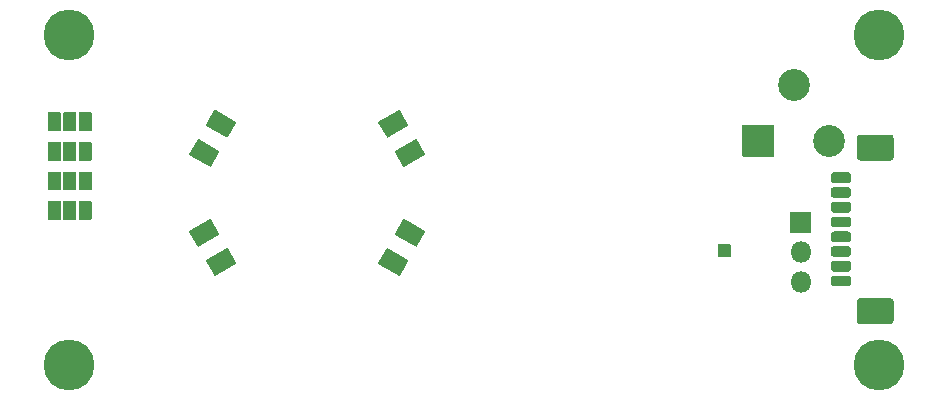
<source format=gbr>
G04 #@! TF.GenerationSoftware,KiCad,Pcbnew,5.1.7-a382d34a8~87~ubuntu18.04.1*
G04 #@! TF.CreationDate,2021-01-18T17:29:04-05:00*
G04 #@! TF.ProjectId,Cree_XML_Driver,43726565-5f58-44d4-9c5f-447269766572,r0*
G04 #@! TF.SameCoordinates,Original*
G04 #@! TF.FileFunction,Soldermask,Bot*
G04 #@! TF.FilePolarity,Negative*
%FSLAX46Y46*%
G04 Gerber Fmt 4.6, Leading zero omitted, Abs format (unit mm)*
G04 Created by KiCad (PCBNEW 5.1.7-a382d34a8~87~ubuntu18.04.1) date 2021-01-18 17:29:04*
%MOMM*%
%LPD*%
G01*
G04 APERTURE LIST*
%ADD10O,1.801600X1.801600*%
%ADD11C,2.701600*%
%ADD12C,4.301600*%
G04 APERTURE END LIST*
D10*
G04 #@! TO.C,J102*
X157200000Y-114280000D03*
X157200000Y-111740000D03*
G36*
G01*
X156299200Y-110050000D02*
X156299200Y-108350000D01*
G75*
G02*
X156350000Y-108299200I50800J0D01*
G01*
X158050000Y-108299200D01*
G75*
G02*
X158100800Y-108350000I0J-50800D01*
G01*
X158100800Y-110050000D01*
G75*
G02*
X158050000Y-110100800I-50800J0D01*
G01*
X156350000Y-110100800D01*
G75*
G02*
X156299200Y-110050000I0J50800D01*
G01*
G37*
G04 #@! TD*
G04 #@! TO.C,D101*
G36*
G01*
X109408923Y-100751826D02*
X108683923Y-102007562D01*
G75*
G02*
X108614529Y-102026156I-43994J25400D01*
G01*
X106854765Y-101010156D01*
G75*
G02*
X106836171Y-100940762I25400J43994D01*
G01*
X107561171Y-99685026D01*
G75*
G02*
X107630565Y-99666432I43994J-25400D01*
G01*
X109390329Y-100682432D01*
G75*
G02*
X109408923Y-100751826I-25400J-43994D01*
G01*
G37*
G36*
G01*
X107983923Y-103219998D02*
X107258923Y-104475734D01*
G75*
G02*
X107189529Y-104494328I-43994J25400D01*
G01*
X105429765Y-103478328D01*
G75*
G02*
X105411171Y-103408934I25400J43994D01*
G01*
X106136171Y-102153198D01*
G75*
G02*
X106205565Y-102134604I43994J-25400D01*
G01*
X107965329Y-103150604D01*
G75*
G02*
X107983923Y-103219998I-25400J-43994D01*
G01*
G37*
G36*
G01*
X107258923Y-108920266D02*
X107983923Y-110176002D01*
G75*
G02*
X107965329Y-110245396I-43994J-25400D01*
G01*
X106205565Y-111261396D01*
G75*
G02*
X106136171Y-111242802I-25400J43994D01*
G01*
X105411171Y-109987066D01*
G75*
G02*
X105429765Y-109917672I43994J25400D01*
G01*
X107189529Y-108901672D01*
G75*
G02*
X107258923Y-108920266I25400J-43994D01*
G01*
G37*
G36*
G01*
X108683923Y-111388439D02*
X109408923Y-112644175D01*
G75*
G02*
X109390329Y-112713569I-43994J-25400D01*
G01*
X107630565Y-113729569D01*
G75*
G02*
X107561171Y-113710975I-25400J43994D01*
G01*
X106836171Y-112455239D01*
G75*
G02*
X106854765Y-112385845I43994J25400D01*
G01*
X108614529Y-111369845D01*
G75*
G02*
X108683923Y-111388439I25400J-43994D01*
G01*
G37*
G36*
G01*
X121407077Y-112644174D02*
X122132077Y-111388438D01*
G75*
G02*
X122201471Y-111369844I43994J-25400D01*
G01*
X123961235Y-112385844D01*
G75*
G02*
X123979829Y-112455238I-25400J-43994D01*
G01*
X123254829Y-113710974D01*
G75*
G02*
X123185435Y-113729568I-43994J25400D01*
G01*
X121425671Y-112713568D01*
G75*
G02*
X121407077Y-112644174I25400J43994D01*
G01*
G37*
G36*
G01*
X122832077Y-110176002D02*
X123557077Y-108920266D01*
G75*
G02*
X123626471Y-108901672I43994J-25400D01*
G01*
X125386235Y-109917672D01*
G75*
G02*
X125404829Y-109987066I-25400J-43994D01*
G01*
X124679829Y-111242802D01*
G75*
G02*
X124610435Y-111261396I-43994J25400D01*
G01*
X122850671Y-110245396D01*
G75*
G02*
X122832077Y-110176002I25400J43994D01*
G01*
G37*
G36*
G01*
X123557077Y-104475734D02*
X122832077Y-103219998D01*
G75*
G02*
X122850671Y-103150604I43994J25400D01*
G01*
X124610435Y-102134604D01*
G75*
G02*
X124679829Y-102153198I25400J-43994D01*
G01*
X125404829Y-103408934D01*
G75*
G02*
X125386235Y-103478328I-43994J-25400D01*
G01*
X123626471Y-104494328D01*
G75*
G02*
X123557077Y-104475734I-25400J43994D01*
G01*
G37*
G36*
G01*
X122132077Y-102007561D02*
X121407077Y-100751825D01*
G75*
G02*
X121425671Y-100682431I43994J25400D01*
G01*
X123185435Y-99666431D01*
G75*
G02*
X123254829Y-99685025I25400J-43994D01*
G01*
X123979829Y-100940761D01*
G75*
G02*
X123961235Y-101010155I-43994J-25400D01*
G01*
X122201471Y-102026155D01*
G75*
G02*
X122132077Y-102007561I-25400J43994D01*
G01*
G37*
G04 #@! TD*
G04 #@! TO.C,J101*
G36*
G01*
X154900000Y-103650800D02*
X152300000Y-103650800D01*
G75*
G02*
X152249200Y-103600000I0J50800D01*
G01*
X152249200Y-101000000D01*
G75*
G02*
X152300000Y-100949200I50800J0D01*
G01*
X154900000Y-100949200D01*
G75*
G02*
X154950800Y-101000000I0J-50800D01*
G01*
X154950800Y-103600000D01*
G75*
G02*
X154900000Y-103650800I-50800J0D01*
G01*
G37*
D11*
X159600000Y-102300000D03*
X156600000Y-97600000D03*
G04 #@! TD*
D12*
G04 #@! TO.C,MK101*
X95250000Y-93345000D03*
G04 #@! TD*
G04 #@! TO.C,MK102*
X163830000Y-93345000D03*
G04 #@! TD*
G04 #@! TO.C,MK103*
X163830000Y-121285000D03*
G04 #@! TD*
G04 #@! TO.C,MK104*
X95250000Y-121285000D03*
G04 #@! TD*
G04 #@! TO.C,TP101*
G36*
G01*
X151200000Y-112150800D02*
X150200000Y-112150800D01*
G75*
G02*
X150149200Y-112100000I0J50800D01*
G01*
X150149200Y-111100000D01*
G75*
G02*
X150200000Y-111049200I50800J0D01*
G01*
X151200000Y-111049200D01*
G75*
G02*
X151250800Y-111100000I0J-50800D01*
G01*
X151250800Y-112100000D01*
G75*
G02*
X151200000Y-112150800I-50800J0D01*
G01*
G37*
G04 #@! TD*
G04 #@! TO.C,JP101*
G36*
G01*
X93449200Y-101450000D02*
X93449200Y-99950000D01*
G75*
G02*
X93500000Y-99899200I50800J0D01*
G01*
X94500000Y-99899200D01*
G75*
G02*
X94550800Y-99950000I0J-50800D01*
G01*
X94550800Y-101450000D01*
G75*
G02*
X94500000Y-101500800I-50800J0D01*
G01*
X93500000Y-101500800D01*
G75*
G02*
X93449200Y-101450000I0J50800D01*
G01*
G37*
G36*
G01*
X96049200Y-101450000D02*
X96049200Y-99950000D01*
G75*
G02*
X96100000Y-99899200I50800J0D01*
G01*
X97100000Y-99899200D01*
G75*
G02*
X97150800Y-99950000I0J-50800D01*
G01*
X97150800Y-101450000D01*
G75*
G02*
X97100000Y-101500800I-50800J0D01*
G01*
X96100000Y-101500800D01*
G75*
G02*
X96049200Y-101450000I0J50800D01*
G01*
G37*
G36*
G01*
X94749200Y-101450000D02*
X94749200Y-99950000D01*
G75*
G02*
X94800000Y-99899200I50800J0D01*
G01*
X95800000Y-99899200D01*
G75*
G02*
X95850800Y-99950000I0J-50800D01*
G01*
X95850800Y-101450000D01*
G75*
G02*
X95800000Y-101500800I-50800J0D01*
G01*
X94800000Y-101500800D01*
G75*
G02*
X94749200Y-101450000I0J50800D01*
G01*
G37*
G04 #@! TD*
G04 #@! TO.C,JP102*
G36*
G01*
X94749200Y-103950000D02*
X94749200Y-102450000D01*
G75*
G02*
X94800000Y-102399200I50800J0D01*
G01*
X95800000Y-102399200D01*
G75*
G02*
X95850800Y-102450000I0J-50800D01*
G01*
X95850800Y-103950000D01*
G75*
G02*
X95800000Y-104000800I-50800J0D01*
G01*
X94800000Y-104000800D01*
G75*
G02*
X94749200Y-103950000I0J50800D01*
G01*
G37*
G36*
G01*
X96049200Y-103950000D02*
X96049200Y-102450000D01*
G75*
G02*
X96100000Y-102399200I50800J0D01*
G01*
X97100000Y-102399200D01*
G75*
G02*
X97150800Y-102450000I0J-50800D01*
G01*
X97150800Y-103950000D01*
G75*
G02*
X97100000Y-104000800I-50800J0D01*
G01*
X96100000Y-104000800D01*
G75*
G02*
X96049200Y-103950000I0J50800D01*
G01*
G37*
G36*
G01*
X93449200Y-103950000D02*
X93449200Y-102450000D01*
G75*
G02*
X93500000Y-102399200I50800J0D01*
G01*
X94500000Y-102399200D01*
G75*
G02*
X94550800Y-102450000I0J-50800D01*
G01*
X94550800Y-103950000D01*
G75*
G02*
X94500000Y-104000800I-50800J0D01*
G01*
X93500000Y-104000800D01*
G75*
G02*
X93449200Y-103950000I0J50800D01*
G01*
G37*
G04 #@! TD*
G04 #@! TO.C,JP103*
G36*
G01*
X93449200Y-106450000D02*
X93449200Y-104950000D01*
G75*
G02*
X93500000Y-104899200I50800J0D01*
G01*
X94500000Y-104899200D01*
G75*
G02*
X94550800Y-104950000I0J-50800D01*
G01*
X94550800Y-106450000D01*
G75*
G02*
X94500000Y-106500800I-50800J0D01*
G01*
X93500000Y-106500800D01*
G75*
G02*
X93449200Y-106450000I0J50800D01*
G01*
G37*
G36*
G01*
X96049200Y-106450000D02*
X96049200Y-104950000D01*
G75*
G02*
X96100000Y-104899200I50800J0D01*
G01*
X97100000Y-104899200D01*
G75*
G02*
X97150800Y-104950000I0J-50800D01*
G01*
X97150800Y-106450000D01*
G75*
G02*
X97100000Y-106500800I-50800J0D01*
G01*
X96100000Y-106500800D01*
G75*
G02*
X96049200Y-106450000I0J50800D01*
G01*
G37*
G36*
G01*
X94749200Y-106450000D02*
X94749200Y-104950000D01*
G75*
G02*
X94800000Y-104899200I50800J0D01*
G01*
X95800000Y-104899200D01*
G75*
G02*
X95850800Y-104950000I0J-50800D01*
G01*
X95850800Y-106450000D01*
G75*
G02*
X95800000Y-106500800I-50800J0D01*
G01*
X94800000Y-106500800D01*
G75*
G02*
X94749200Y-106450000I0J50800D01*
G01*
G37*
G04 #@! TD*
G04 #@! TO.C,JP104*
G36*
G01*
X95850800Y-107450000D02*
X95850800Y-108950000D01*
G75*
G02*
X95800000Y-109000800I-50800J0D01*
G01*
X94800000Y-109000800D01*
G75*
G02*
X94749200Y-108950000I0J50800D01*
G01*
X94749200Y-107450000D01*
G75*
G02*
X94800000Y-107399200I50800J0D01*
G01*
X95800000Y-107399200D01*
G75*
G02*
X95850800Y-107450000I0J-50800D01*
G01*
G37*
G36*
G01*
X94550800Y-107450000D02*
X94550800Y-108950000D01*
G75*
G02*
X94500000Y-109000800I-50800J0D01*
G01*
X93500000Y-109000800D01*
G75*
G02*
X93449200Y-108950000I0J50800D01*
G01*
X93449200Y-107450000D01*
G75*
G02*
X93500000Y-107399200I50800J0D01*
G01*
X94500000Y-107399200D01*
G75*
G02*
X94550800Y-107450000I0J-50800D01*
G01*
G37*
G36*
G01*
X97150800Y-107450000D02*
X97150800Y-108950000D01*
G75*
G02*
X97100000Y-109000800I-50800J0D01*
G01*
X96100000Y-109000800D01*
G75*
G02*
X96049200Y-108950000I0J50800D01*
G01*
X96049200Y-107450000D01*
G75*
G02*
X96100000Y-107399200I50800J0D01*
G01*
X97100000Y-107399200D01*
G75*
G02*
X97150800Y-107450000I0J-50800D01*
G01*
G37*
G04 #@! TD*
G04 #@! TO.C,J103*
G36*
G01*
X159974600Y-104974200D02*
X161225400Y-104974200D01*
G75*
G02*
X161450800Y-105199600I0J-225400D01*
G01*
X161450800Y-105650400D01*
G75*
G02*
X161225400Y-105875800I-225400J0D01*
G01*
X159974600Y-105875800D01*
G75*
G02*
X159749200Y-105650400I0J225400D01*
G01*
X159749200Y-105199600D01*
G75*
G02*
X159974600Y-104974200I225400J0D01*
G01*
G37*
G36*
G01*
X159974600Y-106224200D02*
X161225400Y-106224200D01*
G75*
G02*
X161450800Y-106449600I0J-225400D01*
G01*
X161450800Y-106900400D01*
G75*
G02*
X161225400Y-107125800I-225400J0D01*
G01*
X159974600Y-107125800D01*
G75*
G02*
X159749200Y-106900400I0J225400D01*
G01*
X159749200Y-106449600D01*
G75*
G02*
X159974600Y-106224200I225400J0D01*
G01*
G37*
G36*
G01*
X159974600Y-107474200D02*
X161225400Y-107474200D01*
G75*
G02*
X161450800Y-107699600I0J-225400D01*
G01*
X161450800Y-108150400D01*
G75*
G02*
X161225400Y-108375800I-225400J0D01*
G01*
X159974600Y-108375800D01*
G75*
G02*
X159749200Y-108150400I0J225400D01*
G01*
X159749200Y-107699600D01*
G75*
G02*
X159974600Y-107474200I225400J0D01*
G01*
G37*
G36*
G01*
X159974600Y-108724200D02*
X161225400Y-108724200D01*
G75*
G02*
X161450800Y-108949600I0J-225400D01*
G01*
X161450800Y-109400400D01*
G75*
G02*
X161225400Y-109625800I-225400J0D01*
G01*
X159974600Y-109625800D01*
G75*
G02*
X159749200Y-109400400I0J225400D01*
G01*
X159749200Y-108949600D01*
G75*
G02*
X159974600Y-108724200I225400J0D01*
G01*
G37*
G36*
G01*
X159974600Y-109974200D02*
X161225400Y-109974200D01*
G75*
G02*
X161450800Y-110199600I0J-225400D01*
G01*
X161450800Y-110650400D01*
G75*
G02*
X161225400Y-110875800I-225400J0D01*
G01*
X159974600Y-110875800D01*
G75*
G02*
X159749200Y-110650400I0J225400D01*
G01*
X159749200Y-110199600D01*
G75*
G02*
X159974600Y-109974200I225400J0D01*
G01*
G37*
G36*
G01*
X159974600Y-111224200D02*
X161225400Y-111224200D01*
G75*
G02*
X161450800Y-111449600I0J-225400D01*
G01*
X161450800Y-111900400D01*
G75*
G02*
X161225400Y-112125800I-225400J0D01*
G01*
X159974600Y-112125800D01*
G75*
G02*
X159749200Y-111900400I0J225400D01*
G01*
X159749200Y-111449600D01*
G75*
G02*
X159974600Y-111224200I225400J0D01*
G01*
G37*
G36*
G01*
X159974600Y-112474200D02*
X161225400Y-112474200D01*
G75*
G02*
X161450800Y-112699600I0J-225400D01*
G01*
X161450800Y-113150400D01*
G75*
G02*
X161225400Y-113375800I-225400J0D01*
G01*
X159974600Y-113375800D01*
G75*
G02*
X159749200Y-113150400I0J225400D01*
G01*
X159749200Y-112699600D01*
G75*
G02*
X159974600Y-112474200I225400J0D01*
G01*
G37*
G36*
G01*
X159974600Y-113724200D02*
X161225400Y-113724200D01*
G75*
G02*
X161450800Y-113949600I0J-225400D01*
G01*
X161450800Y-114400400D01*
G75*
G02*
X161225400Y-114625800I-225400J0D01*
G01*
X159974600Y-114625800D01*
G75*
G02*
X159749200Y-114400400I0J225400D01*
G01*
X159749200Y-113949600D01*
G75*
G02*
X159974600Y-113724200I225400J0D01*
G01*
G37*
G36*
G01*
X162211294Y-101774200D02*
X164788706Y-101774200D01*
G75*
G02*
X165050800Y-102036294I0J-262094D01*
G01*
X165050800Y-103713706D01*
G75*
G02*
X164788706Y-103975800I-262094J0D01*
G01*
X162211294Y-103975800D01*
G75*
G02*
X161949200Y-103713706I0J262094D01*
G01*
X161949200Y-102036294D01*
G75*
G02*
X162211294Y-101774200I262094J0D01*
G01*
G37*
G36*
G01*
X162211294Y-115624200D02*
X164788706Y-115624200D01*
G75*
G02*
X165050800Y-115886294I0J-262094D01*
G01*
X165050800Y-117563706D01*
G75*
G02*
X164788706Y-117825800I-262094J0D01*
G01*
X162211294Y-117825800D01*
G75*
G02*
X161949200Y-117563706I0J262094D01*
G01*
X161949200Y-115886294D01*
G75*
G02*
X162211294Y-115624200I262094J0D01*
G01*
G37*
G04 #@! TD*
M02*

</source>
